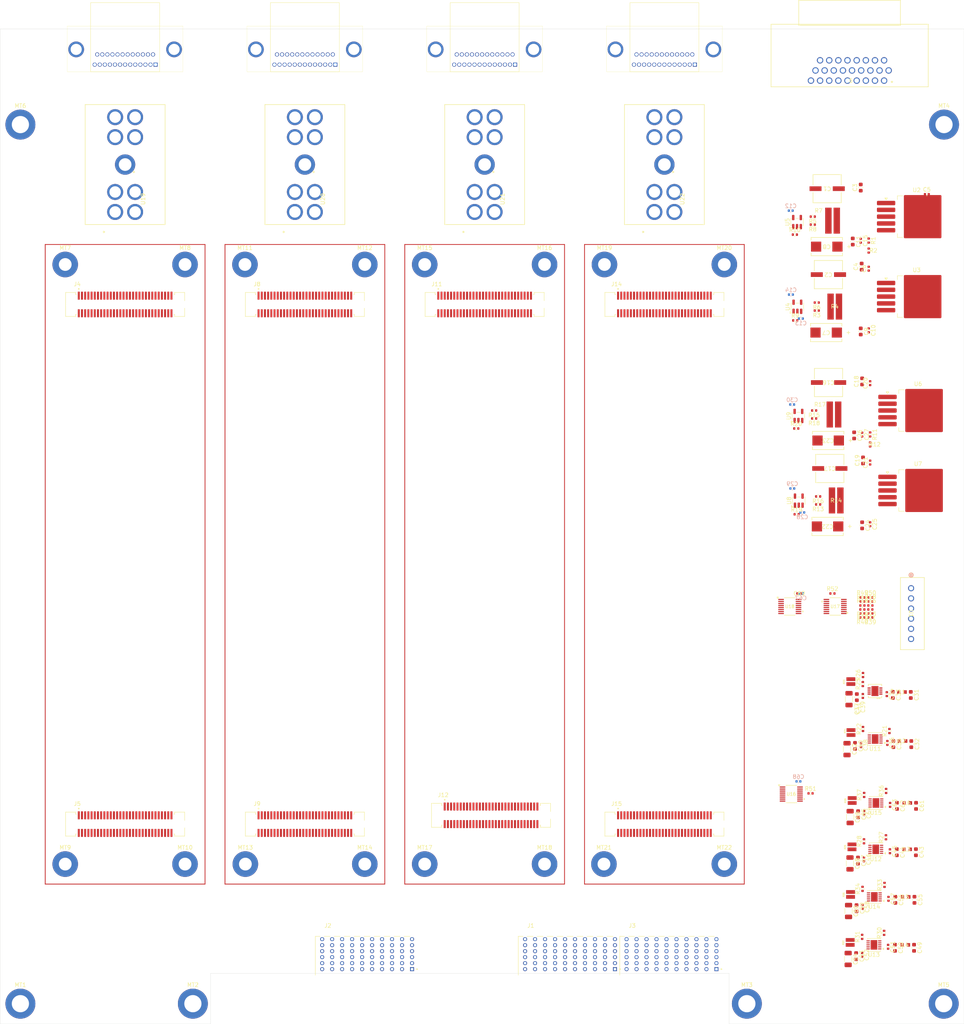
<source format=kicad_pcb>
(kicad_pcb (version 20241229) (generator "pcbnew") (generator_version "9.0")
  (layers (0 "F.Cu" signal) (2 "B.Cu" signal) (13 "F.Paste" user) (15 "B.Paste" user) (5 "F.SilkS" user "F.Silkscreen") (7 "B.SilkS" user "B.Silkscreen") (1 "F.Mask" user) (3 "B.Mask" user) (25 "Edge.Cuts" user))
  (property "CEE_CME" "NA")
  (property "CEE_CME_DATE" "NA")
  (property "CHECKED_BY" "T. Chiesa")
  (property "CHECKED_BY_DATE" "11/21/25")
  (property "DEPARTMENT_CHAIRMAN" "NA")
  (property "DEPARTMENT_CHAIRMAN_DATE" "NA")
  (property "DESIGN_APPROVAL" "T. Chiesa")
  (property "DESIGN_APPROVAL_DATE" "")
  (property "DIVISION_HEAD" "NA")
  (property "DIVISION_HEAD_DATE" "NA")
  (property "DRAWING_NUMBER" "LT-EL-")
  (property "DRAWN_BY" "J. Mead")
  (property "DRAWN_BY_DATE" "1/4/24")
  (property "ENG_PHY_APPROVAL" "J. Mead")
  (property "ENG_PHY_APPROVAL_DATE" "11/21/25")
  (property "GROUP_LEADER" "H. Dave")
  (property "GROUP_LEADER_DATE" "")
  (property "INITIAL_RELEASE_DATE" "11/21/2025")
  (property "QA" "NA")
  (property "QA_CATEGORY" "A3")
  (property "QA_DATE" "NA")
  (property "REVB_ECN_NO" "")
  (property "REVB_RELEASE_DATE" "")
  (property "SAFETY_RSC" "NA")
  (property "SAFETY_RSC_DATE" "NA")
  (property "SCALE" "N.A.")
  (property "WEIGHT" "N.A.")
  (net 0 "")
  (net 1 "GND")
  (net 2 "-15V")
  (net 3 "+15V")
  (net 5 "+5.3V")
  (net 6 "-5.3V")
  (net 7 "+5.0V")
  (net 8 "+3.3V")
  (net 9 "+1.8V")
  (net 10 "+18V")
  (net 11 "-18V")
  (net 12 "/regulators/+15v -15v DCCT Regulators/-15V_DCCT_REG")
  (net 13 "/regulators/+15v -15v DCCT Regulators/+15V_DCCT_REG")
  (net 14 "+5V")
  (net 15 "/regulators/+15v -15v PSC Regulators/-15V_DCCT_REG")
  (net 16 "/regulators/+15v -15v PSC Regulators/+15V_DCCT_REG")
  (net 17 "+6V")
  (net 18 "Net-(U11-EN{slash}UV)")
  (net 19 "Net-(U12-EN{slash}UV)")
  (net 20 "Net-(U13-EN{slash}UV)")
  (net 21 "+2.5V")
  (net 22 "Net-(U14-EN{slash}UV)")
  (net 30 "-15V_DCCT")
  (net 31 "+15V_DCCT")
  (net 32 "Net-(U2-ADJ)")
  (net 33 "Net-(U4--)")
  (net 34 "Net-(U5-+)")
  (net 35 "Net-(U4-+)")
  (net 36 "Net-(U5--)")
  (net 37 "/regulators/+15v -15v DCCT Regulators/isense_-15v")
  (net 38 "/regulators/+15v -15v DCCT Regulators/isense_+15v")
  (net 39 "Net-(U6-ADJ)")
  (net 40 "Net-(U8--)")
  (net 41 "Net-(U9-+)")
  (net 42 "Net-(U8-+)")
  (net 43 "Net-(U9--)")
  (net 44 "/regulators/+15v -15v PSC Regulators/isense_-15v")
  (net 45 "/regulators/+15v -15v PSC Regulators/isense_+15v")
  (net 46 "Net-(U11-ILIM)")
  (net 47 "Net-(U11-SET)")
  (net 48 "Net-(U12-ILIM)")
  (net 49 "Net-(U12-SET)")
  (net 50 "Net-(U13-ILIM)")
  (net 51 "Net-(U13-SET)")
  (net 52 "Net-(U14-ILIM)")
  (net 53 "Net-(U14-SET)")
  (net 58 "Net-(U16-ADR0)")
  (net 59 "/regulators/+3.3V regulator/imon_hi")
  (net 60 "/regulators/+1.8V regulator/imon_hi")
  (net 61 "/regulators/+2.5V regulator/imon_hi")
  (net 62 "/regulators/+5VD regulator/imon_hi")
  (net 63 "/regulators/i2c_scl")
  (net 64 "/regulators/i2c_sda")
  (net 66 "+6.0V")
  (net 68 "/regulators/+5VA regulator/+5.3Vout")
  (net 69 "/regulators/+5VA regulator/-5.3Vout")
  (net 70 "/Ch2 Daughterboard/mon.sdo")
  (net 71 "/Ch2 Daughterboard/mon.reset")
  (net 72 "/Ch2 Daughterboard/mon.sclk")
  (net 73 "/Ch2 Daughterboard/mon.busy")
  (net 74 "/Ch1 Daughterboard/mon.sdo")
  (net 75 "/Ch2 Daughterboard/mon.cnvrt")
  (net 76 "/Ch1 Daughterboard/mon.fs")
  (net 77 "/Ch1 Daughterboard/mon.cnvrt")
  (net 78 "/Ch2 Daughterboard/mon.fs")
  (net 79 "/Ch1 Daughterboard/mon.sclk")
  (net 81 "/Ch1 Daughterboard/mon.reset")
  (net 82 "/Ch1 Daughterboard/mon.busy")
  (net 83 "/Ch2 Daughterboard/dac.sclk")
  (net 84 "/Ch1 Daughterboard/digio.out1")
  (net 85 "/Ch2 Daughterboard/dcct.busy")
  (net 86 "/Ch2 Daughterboard/dcct.sck")
  (net 87 "/Ch2 Daughterboard/digio.in3")
  (net 88 "/Ch1 Daughterboard/dac.syncn")
  (net 89 "/Ch1 Daughterboard/dac.sdin")
  (net 90 "/Ch1 Daughterboard/digio.in0")
  (net 91 "/Ch2 Daughterboard/digio.in2")
  (net 92 "/Ch1 Daughterboard/dcct.sdo0")
  (net 93 "/Ch2 Daughterboard/digio.out1")
  (net 94 "/Ch1 Daughterboard/dcct.busy")
  (net 95 "/Ch2 Daughterboard/digio.in1")
  (net 96 "/Ch1 Daughterboard/dcct.sck")
  (net 97 "/Ch1 Daughterboard/dcct.cnv")
  (net 98 "/Ch1 Daughterboard/digio.in1")
  (net 99 "/Ch1 Daughterboard/digio.out2")
  (net 100 "/Ch1 Daughterboard/digio.in3")
  (net 101 "/Ch2 Daughterboard/dcct.sdo0")
  (net 102 "/Ch2 Daughterboard/dcct.cnv")
  (net 103 "/Ch2 Daughterboard/dac.syncn")
  (net 104 "/Ch1 Daughterboard/digio.out3")
  (net 105 "/Ch1 Daughterboard/dac.sclk")
  (net 106 "/Ch2 Daughterboard/digio.out3")
  (net 107 "/Ch1 Daughterboard/dcct.sdo1")
  (net 108 "/Ch2 Daughterboard/dcct.sdo1")
  (net 109 "/Ch2 Daughterboard/digio.out0")
  (net 110 "/Ch1 Daughterboard/digio.in2")
  (net 111 "/Ch2 Daughterboard/digio.out2")
  (net 112 "/Ch2 Daughterboard/digio.in0")
  (net 113 "/Ch1 Daughterboard/digio.out0")
  (net 114 "/Ch2 Daughterboard/dac.sdin")
  (net 115 "/Ch2 Daughterboard/digin.rtn")
  (net 116 "/Ch2 Daughterboard/digout.rtn")
  (net 117 "/Ch2 Daughterboard/ps.vout+")
  (net 118 "/Ch2 Daughterboard/digin.spare")
  (net 119 "/Ch2 Daughterboard/ps.vout-")
  (net 120 "/Ch2 Daughterboard/digout.on2")
  (net 121 "/Ch2 Daughterboard/digin.acon")
  (net 122 "/Ch2 Daughterboard/digin.flt1")
  (net 123 "/Ch2 Burden Resistor/Vout0.dcct-")
  (net 124 "/Ch2 Daughterboard/reg.out-")
  (net 125 "/Ch2 Daughterboard/ps.ignd-")
  (net 126 "/Ch2 Daughterboard/digout.reset")
  (net 127 "/Ch2 Burden Resistor/Vout1.dcct+")
  (net 128 "/Ch2 Daughterboard/ps.spare+")
  (net 129 "/Ch2 Burden Resistor/Vout1.dcct-")
  (net 130 "/Ch2 Daughterboard/digin.flt2")
  (net 131 "/Ch2 Daughterboard/digout.on1")
  (net 132 "/Ch2 Daughterboard/ps.spare-")
  (net 133 "/Ch2 Burden Resistor/Vout0.dcct+")
  (net 134 "/Ch2 Daughterboard/reg.out+")
  (net 135 "/Ch2 Daughterboard/digout.spare")
  (net 136 "/Ch2 Daughterboard/ps.ignd+")
  (net 137 "/Ch1 Daughterboard/digin.flt2")
  (net 138 "/Ch1 Daughterboard/digin.acon")
  (net 139 "/Ch1 Daughterboard/ps.spare-")
  (net 140 "/Ch1 Daughterboard/ps.vout+")
  (net 141 "/Ch1 Daughterboard/digout.on2")
  (net 142 "/Ch1 Daughterboard/digin.rtn")
  (net 143 "/Ch1 Daughterboard/digout.spare")
  (net 144 "/Ch1 Daughterboard/reg.out-")
  (net 145 "/Ch1 Daughterboard/digout.reset")
  (net 146 "/Ch1 Daughterboard/ps.spare+")
  (net 147 "/Ch1 Daughterboard/digout.rtn")
  (net 148 "/Ch1 Daughterboard/digout.on1")
  (net 149 "/Ch1 Daughterboard/ps.vout-")
  (net 150 "/Ch1 Daughterboard/digin.flt1")
  (net 151 "/Ch1 Daughterboard/ps.ignd-")
  (net 152 "/Ch1 Daughterboard/digin.spare")
  (net 153 "/Ch1 Daughterboard/reg.out+")
  (net 154 "/Ch1 Daughterboard/ps.ignd+")
  (net 155 "/Ch1 Burden Resistor/Vout0.dcct+")
  (net 156 "/Ch1 Burden Resistor/Vout1.dcct-")
  (net 157 "/Ch1 Burden Resistor/Vout1.dcct+")
  (net 158 "/Ch1 Burden Resistor/Vout0.dcct-")
  (net 159 "/Ch1 Burden Resistor/Iin1.dcct-")
  (net 160 "/Ch1 Burden Resistor/Iin1.dcct+")
  (net 161 "/Ch1 Burden Resistor/Iin0.dcct+")
  (net 162 "/Ch1 Burden Resistor/Iin0.dcct-")
  (net 168 "/Ch2 Burden Resistor/Iin0.dcct-")
  (net 169 "/Ch2 Burden Resistor/Iin1.dcct-")
  (net 170 "/Ch2 Burden Resistor/Iin0.dcct+")
  (net 171 "/Ch2 Burden Resistor/Iin1.dcct+")
  (net 172 "Net-(U10-*SHDN)")
  (net 173 "Net-(U15-EN{slash}UV)")
  (net 198 "Net-(U10-SENSE{slash}ADJ)")
  (net 199 "Net-(U15-ILIM)")
  (net 200 "Net-(U15-SET)")
  (net 201 "Net-(U17-V1)")
  (net 202 "Net-(U17-V2)")
  (net 203 "Net-(U17-V3)")
  (net 204 "Net-(U17-V4)")
  (net 205 "Net-(U17-V5)")
  (net 206 "Net-(U17-V6)")
  (net 207 "Net-(U17-ADR1)")
  (net 216 "/Ch3 Daughterboard/dcct.busy")
  (net 217 "/Ch4 Daughterboard/digio.in0")
  (net 218 "/Ch4 Daughterboard/digio.in1")
  (net 219 "/Ch4 Daughterboard/dac.sdin")
  (net 220 "/Ch3 Daughterboard/digio.out1")
  (net 221 "/Ch3 Daughterboard/digio.out0")
  (net 222 "/Ch3 Daughterboard/dcct.sdo1")
  (net 223 "/Ch4 Daughterboard/dac.sclk")
  (net 224 "/Ch3 Daughterboard/digio.in2")
  (net 225 "/Ch4 Daughterboard/dcct.busy")
  (net 226 "/Ch3 Daughterboard/digio.in0")
  (net 227 "/Ch3 Daughterboard/digio.in1")
  (net 228 "/Ch3 Daughterboard/digio.out3")
  (net 229 "/Ch3 Daughterboard/dcct.sck")
  (net 230 "/Ch3 Daughterboard/dac.sdin")
  (net 231 "/Ch3 Daughterboard/digio.out2")
  (net 232 "/Ch4 Daughterboard/digio.in2")
  (net 233 "/Ch4 Daughterboard/digio.out3")
  (net 234 "/Ch4 Daughterboard/digio.out1")
  (net 235 "/Ch4 Daughterboard/digio.out2")
  (net 236 "/Ch3 Daughterboard/dcct.sdo0")
  (net 237 "/Ch4 Daughterboard/dcct.sdo0")
  (net 238 "/Ch3 Daughterboard/digio.in3")
  (net 239 "/Ch4 Daughterboard/digio.in3")
  (net 240 "/Ch4 Daughterboard/dcct.cnv")
  (net 241 "/Ch3 Daughterboard/dac.sclk")
  (net 242 "/Ch4 Daughterboard/dac.syncn")
  (net 243 "/Ch4 Daughterboard/dcct.sck")
  (net 244 "/Ch3 Daughterboard/dac.syncn")
  (net 245 "/Ch4 Daughterboard/dcct.sdo1")
  (net 246 "/Ch3 Daughterboard/dcct.cnv")
  (net 247 "/Ch4 Daughterboard/digio.out0")
  (net 248 "/Ch4 Daughterboard/mon.fs")
  (net 249 "/Ch3 Daughterboard/mon.sdo")
  (net 250 "/Ch4 Daughterboard/mon.reset")
  (net 251 "/Ch4 Daughterboard/mon.sclk")
  (net 252 "/Ch3 Daughterboard/mon.reset")
  (net 253 "/Ch3 Daughterboard/mon.sclk")
  (net 254 "/Ch3 Daughterboard/mon.busy")
  (net 255 "/Ch3 Daughterboard/mon.cnvrt")
  (net 256 "/Ch4 Daughterboard/mon.sdo")
  (net 257 "/Ch3 Daughterboard/mon.fs")
  (net 258 "/Ch4 Daughterboard/mon.cnvrt")
  (net 259 "/Ch4 Daughterboard/mon.busy")
  (net 260 "/DCCT connector/flt.78")
  (net 261 "/Ch3 Burden Resistor/Iin0.dcct-")
  (net 262 "/DCCT connector/flt.34")
  (net 263 "/Ch4 Burden Resistor/Iin1.dcct-")
  (net 264 "/Ch3 Burden Resistor/Iin0.dcct+")
  (net 265 "/DCCT connector/flt.12")
  (net 266 "/Ch4 Burden Resistor/Iin0.dcct+")
  (net 267 "/Ch4 Burden Resistor/Iin1.dcct+")
  (net 268 "/Ch4 Burden Resistor/Iin0.dcct-")
  (net 269 "/Ch3 Burden Resistor/Iin1.dcct-")
  (net 270 "/DCCT connector/flt.56")
  (net 271 "/Ch3 Burden Resistor/Iin1.dcct+")
  (net 272 "/Ch3 Burden Resistor/Vout0.dcct-")
  (net 273 "/Ch3 Daughterboard/digout.rtn")
  (net 274 "/Ch3 Daughterboard/digout.on1")
  (net 275 "/Ch3 Daughterboard/digin.flt1")
  (net 276 "/Ch3 Daughterboard/digin.rtn")
  (net 277 "/Ch3 Daughterboard/digout.on2")
  (net 278 "/Ch3 Daughterboard/ps.ignd+")
  (net 279 "/Ch3 Daughterboard/ps.spare-")
  (net 280 "/Ch3 Daughterboard/digout.reset")
  (net 281 "/Ch3 Daughterboard/digin.spare")
  (net 282 "/Ch3 Burden Resistor/Vout1.dcct-")
  (net 283 "/Ch3 Daughterboard/ps.vout+")
  (net 284 "/Ch3 Daughterboard/reg.out-")
  (net 285 "/Ch3 Daughterboard/digin.acon")
  (net 286 "/Ch3 Daughterboard/ps.vout-")
  (net 287 "/Ch3 Daughterboard/digout.spare")
  (net 288 "/Ch3 Daughterboard/digin.flt2")
  (net 289 "/Ch3 Daughterboard/reg.out+")
  (net 290 "/Ch3 Burden Resistor/Vout1.dcct+")
  (net 291 "/Ch3 Burden Resistor/Vout0.dcct+")
  (net 292 "/Ch3 Daughterboard/ps.ignd-")
  (net 293 "/Ch3 Daughterboard/ps.spare+")
  (net 299 "/Ch4 Daughterboard/digout.on2")
  (net 300 "/Ch4 Daughterboard/digin.flt1")
  (net 301 "/Ch4 Daughterboard/digin.rtn")
  (net 302 "/Ch4 Daughterboard/digin.acon")
  (net 303 "/Ch4 Daughterboard/digout.spare")
  (net 304 "/Ch4 Daughterboard/digin.spare")
  (net 305 "/Ch4 Burden Resistor/Vout1.dcct-")
  (net 306 "/Ch4 Daughterboard/ps.vout-")
  (net 307 "/Ch4 Burden Resistor/Vout0.dcct-")
  (net 308 "/Ch4 Daughterboard/digout.on1")
  (net 309 "/Ch4 Daughterboard/digout.reset")
  (net 310 "/Ch4 Daughterboard/ps.spare-")
  (net 311 "/Ch4 Daughterboard/ps.vout+")
  (net 312 "/Ch4 Daughterboard/digout.rtn")
  (net 313 "/Ch4 Daughterboard/ps.ignd-")
  (net 314 "/Ch4 Burden Resistor/Vout1.dcct+")
  (net 315 "/Ch4 Daughterboard/reg.out-")
  (net 316 "/Ch4 Daughterboard/ps.spare+")
  (net 317 "/Ch4 Daughterboard/reg.out+")
  (net 318 "/Ch4 Daughterboard/digin.flt2")
  (net 319 "/Ch4 Daughterboard/ps.ignd+")
  (net 320 "/Ch4 Burden Resistor/Vout0.dcct+")
  (footprint "MountingHole:MountingHole_3.2mm_M3_Pad_TopBottom" (layer "F.Cu") (at 125 145)
    (property "Reference" "MT11")
    (property "Value" "MountingHole_Pad")
  )
  (footprint "myparts:CAPMP7.6X4.3_4.3N_KEM" (layer "F.Cu") (at 271 189.03 180)
    (property "Reference" "C23")
    (property "Value" "100uF")
  )
  (footprint "Resistor_SMD:R_0402_1005Metric" (layer "F.Cu") (at 279.715 247.7 90)
    (property "Reference" "R26")
    (property "Value" "1.0K")
  )
  (footprint "myparts:RESC1220X70N" (layer "F.Cu") (at 276.6755 249.345 90)
    (property "Reference" "R23")
    (property "Value" "KRL2012E-M-R220-F-T5")
  )
  (footprint "Package_DFN_QFN:DFN-10-1EP_3x3mm_P0.5mm_EP1.65x2.38mm" (layer "F.Cu") (at 282.45 315.21 180)
    (property "Reference" "U13")
    (property "Value" "LT3045xDD")
  )
  (footprint "Capacitor_SMD:C_0603_1608Metric" (layer "F.Cu") (at 287.315 264.985 -90)
    (property "Reference" "C35")
    (property "Value" "10uF")
  )
  (footprint "myparts:IND_LSMG_160808_TAY" (layer "F.Cu") (at 290.4001 303.21)
    (property "Reference" "L5")
    (property "Value" "LSMGG160808T331RG")
  )
  (footprint "myparts:RESC1220X70N" (layer "F.Cu") (at 276.715 262.095 90)
    (property "Reference" "R24")
    (property "Value" "KRL2012E-M-R220-F-T5")
  )
  (footprint "Resistor_SMD:R_0402_1005Metric" (layer "F.Cu") (at 266.585 277.305)
    (property "Reference" "R51")
    (property "Value" "4.99K")
  )
  (footprint "myparts:burden" (layer "F.Cu") (at 185 120 90)
    (property "Reference" "U21")
    (property "Value" "~")
  )
  (footprint "myparts:CONN_F15-26P135G0-5979_MOL" (layer "F.Cu") (at 285 99)
    (property "Reference" "J6")
    (property "Value" "1731130154")
  )
  (footprint "Resistor_SMD:R_0402_1005Metric" (layer "F.Cu") (at 279.6655 249.96 90)
    (property "Reference" "R25")
    (property "Value" "11.4K")
  )
  (footprint "Resistor_SMD:R_0402_1005Metric" (layer "F.Cu") (at 281.15 141.52 -90)
    (property "Reference" "R2")
    (property "Value" "1.0K")
  )
  (footprint "MountingHole:MountingHole_4.3mm_M4_DIN965_Pad" (layer "F.Cu") (at 111.96 329.92)
    (property "Reference" "MT2")
    (property "Value" "MountingHole_Pad" (hide yes))
  )
  (footprint "Package_TO_SOT_SMD:TO-263-5_TabPin3" (layer "F.Cu") (at 293.5 181.53)
    (property "Reference" "U6")
    (property "Value" "LT1963AEQ")
  )
  (footprint "Resistor_SMD:R_0402_1005Metric" (layer "F.Cu") (at 281.15 139.02 -90)
    (property "Reference" "R1")
    (property "Value" "11.4K")
  )
  (footprint "Package_DFN_QFN:DFN-10-1EP_3x3mm_P0.5mm_EP1.65x2.38mm" (layer "F.Cu") (at 282.765 263.71 180)
    (property "Reference" "U11")
    (property "Value" "LT3045xDD")
  )
  (footprint "MountingHole:MountingHole_3.2mm_M3_Pad_TopBottom" (layer "F.Cu") (at 214.8665 295)
    (property "Reference" "MT21")
    (property "Value" "MountingHole_Pad")
  )
  (footprint "myparts:IND_LSMG_160808_TAY" (layer "F.Cu") (at 289.6151 264.21)
    (property "Reference" "L2")
    (property "Value" "LSMGG160808T331RG")
  )
  (footprint "Capacitor_SMD:C_0603_1608Metric" (layer "F.Cu") (at 293 280.435 -90)
    (property "Reference" "C61")
    (property "Value" "10uF")
  )
  (footprint "myparts:burden" (layer "F.Cu") (at 140 120 90)
    (property "Reference" "U20")
    (property "Value" "~")
  )
  (footprint "myparts:MSOP-16_MS" (layer "F.Cu") (at 272.7394 230.554431 180)
    (property "Reference" "U17")
    (property "Value" "LTC2991CMS_TRPBF")
  )
  (footprint "Package_DFN_QFN:DFN-10-1EP_3x3mm_P0.5mm_EP1.65x2.38mm" (layer "F.Cu") (at 282.95 279.71 180)
    (property "Reference" "U15")
    (property "Value" "LT3045xDD")
  )
  (footprint "myparts:3-641215-6_TYC" (layer "F.Cu") (at 291.7575 225.9884 -90)
    (property "Reference" "U1")
    (property "Value" "3-641215-6")
  )
  (footprint "Capacitor_SMD:C_0402_1005Metric" (layer "F.Cu") (at 279.96 293.805 -90)
    (property "Reference" "C46")
    (property "Value" "0.1uF")
  )
  (footprint "myparts:MSOP-16_MS" (layer "F.Cu") (at 261.3906 230.55405)
    (property "Reference" "U18")
    (property "Value" "LTC2991CMS_TRPBF")
  )
  (footprint "myparts:AMPHENOL_61083-061402LF" (layer "F.Cu") (at 230 155)
    (property "Reference" "J14")
    (property "Value" "61083-061402LF")
  )
  (footprint "MountingHole:MountingHole_3.2mm_M3_Pad_TopBottom" (layer "F.Cu") (at 245 295)
    (property "Reference" "MT22")
    (property "Value" "MountingHole_Pad")
  )
  (footprint "Capacitor_SMD:C_0603_1608Metric" (layer "F.Cu") (at 278.46 294.118748 -90)
    (property "Reference" "C47")
    (property "Value" "10uF")
  )
  (footprint "myparts:AMPHENOL_61083-061402LF" (layer "F.Cu") (at 140 285)
    (property "Reference" "J9")
    (property "Value" "61083-061402LF")
  )
  (footprint "Resistor_SMD:R_0402_1005Metric" (layer "F.Cu") (at 279.715 261.2 90)
    (property "Reference" "R22")
    (property "Value" "53K")
  )
  (footprint "Capacitor_SMD:C_0402_1005Metric" (layer "F.Cu") (at 279.15 139.05 -90)
    (property "Reference" "C15")
    (property "Value" "0.1uF")
  )
  (footprint "Capacitor_SMD:C_0603_1608Metric" (layer "F.Cu") (at 279.5 174.255 90)
    (property "Reference" "C18")
    (property "Value" "10uF")
  )
  (footprint "myparts:CAP_EEFK_D8_PAN" (layer "F.Cu") (at 271.0583 147.53 180)
    (property "Reference" "C2")
    (property "Value" "100uF")
  )
  (footprint "Capacitor_SMD:C_0603_1608Metric" (layer "F.Cu") (at 279.15 125.755 90)
    (property "Reference" "C3")
    (property "Value" "10uF")
  )
  (footprint "Capacitor_SMD:C_0402_1005Metric" (layer "F.Cu") (at 286.46 291.785 -90)
    (property "Reference" "C45")
    (property "Value" "0.1uF")
  )
  (footprint "myparts:RESC1220X70N" (layer "F.Cu") (at 276.5 314.595 90)
    (property "Reference" "R32")
    (property "Value" "KRL2012E-M-R220-F-T5")
  )
  (footprint "Resistor_SMD:R_0402_1005Metric" (layer "F.Cu") (at 281.545 233.305 180)
    (property "Reference" "R39")
    (property "Value" "9K")
  )
  (footprint "MountingHole:MountingHole_3.2mm_M3_Pad_TopBottom" (layer "F.Cu") (at 155 295)
    (property "Reference" "MT14")
    (property "Value" "MountingHole_Pad")
  )
  (footprint "myparts:AMPHENOL_61083-061402LF" (layer "F.Cu") (at 140 155)
    (property "Reference" "J8")
    (property "Value" "61083-061402LF")
  )
  (footprint "Resistor_SMD:R_0402_1005Metric" (layer "F.Cu") (at 279.565 228.305)
    (property "Reference" "R49")
    (property "Value" "9.56K")
  )
  (footprint "myparts:CAP_EEFK_D8_PAN" (layer "F.Cu") (at 270.7417 126.03 180)
    (property "Reference" "C1")
    (property "Value" "100uF")
  )
  (footprint "Capacitor_SMD:C_0603_1608Metric" (layer "F.Cu") (at 277.15 139.255 -90)
    (property "Reference" "C11")
    (property "Value" "10uF")
  )
  (footprint "MountingHole:MountingHole_3.2mm_M3_Pad_TopBottom" (layer "F.Cu") (at 80 295)
    (property "Reference" "MT9")
    (property "Value" "MountingHole_Pad")
  )
  (footprint "Capacitor_SMD:C_0402_1005Metric" (layer "F.Cu") (at 279.6755 252.94 -90)
    (property "Reference" "C39")
    (property "Value" "0.1uF")
  )
  (footprint "Resistor_SMD:R_0402_1005Metric" (layer "F.Cu") (at 281.555 232.305 180)
    (property "Reference" "R41")
    (property "Value" "9K")
  )
  (footprint "myparts:RESC1220X70N" (layer "F.Cu") (at 276.96 290.69 90)
    (property "Reference" "R29")
    (property "Value" "KRL2012E-M-R220-F-T5")
  )
  (footprint "myparts:CAPMP7.6X4.3_4.3N_KEM" (layer "F.Cu") (at 270.849887 210.53 180)
    (property "Reference" "C22")
    (property "Value" "100uF")
  )
  (footprint "Resistor_SMD:R_0402_1005Metric" (layer "F.Cu") (at 262.75 158.99)
    (property "Reference" "R9")
    (property "Value" "4.99K")
  )
  (footprint "Package_TO_SOT_SMD:SOT-23-5" (layer "F.Cu") (at 263.2 134.3925 90)
    (property "Reference" "U5")
    (property "Value" "LT6105")
  )
  (footprint "Package_DFN_QFN:DFN-10-1EP_3x3mm_P0.5mm_EP1.65x2.38mm" (layer "F.Cu") (at 282.91 291.305 180)
    (property "Reference" "U12")
    (property "Value" "LT3045xDD")
  )
  (footprint "myparts:burden" (layer "F.Cu") (at 95 120 90)
    (property "Reference" "U19")
    (property "Value" "~")
  )
  (footprint "Capacitor_SMD:C_0402_1005Metric" (layer "F.Cu") (at 281.5 194.55 90)
    (property "Reference" "C21")
    (property "Value" "0.1uF")
  )
  (footprint "Resistor_SMD:R_0402_1005Metric" (layer "F.Cu") (at 285 312.2 90)
    (property "Reference" "R30")
    (property "Value" "0")
  )
  (footprint "Capacitor_SMD:C_1206_3216Metric" (layer "F.Cu") (at 275.715 266.235 -90)
    (property "Reference" "C42")
    (property "Value" "100uF")
  )
  (footprint "MountingHole:MountingHole_3.2mm_M3_Pad_TopBottom" (layer "F.Cu") (at 170 295)
    (property "Reference" "MT17")
    (property "Value" "MountingHole_Pad")
  )
  (footprint "Capacitor_SMD:C_0402_1005Metric" (layer "F.Cu") (at 286.1 303.69 -90)
    (property "Reference" "C57")
    (property "Value" "0.1uF")
  )
  (footprint "Resistor_SMD:R_0402_1005Metric" (layer "F.Cu") (at 272.065 227.305)
    (property "Reference" "R52")
    (property "Value" "4.99K")
  )
  (footprint "MountingHole:MountingHole_4.3mm_M4_DIN965_Pad" (layer "F.Cu") (at 300 110)
    (property "Reference" "MT4")
    (property "Value" "MountingHole_Pad" (hide yes))
  )
  (footprint "MountingHole:MountingHole_3.2mm_M3_Pad_TopBottom" (layer "F.Cu") (at 200 295)
    (property "Reference" "MT18")
    (property "Value" "MountingHole_Pad")
  )
  (footprint "Capacitor_SMD:C_0402_1005Metric" (layer "F.Cu") (at 281.5 209.98 -90)
    (property "Reference" "C25")
    (property "Value" "0.1uF")
  )
  (footprint "myparts:CAP_EEFK_D8_PAN" (layer "F.Cu") (at 271.0917 174.53 180)
    (property "Reference" "C16")
    (property "Value" "100uF")
  )
  (footprint "myparts:RES_6432_SUS" (layer "F.Cu") (at 272.65 155.53)
    (property "Reference" "R4")
    (property "Value" "KRL6432E-M-R010-F-T1")
  )
  (footprint "myparts:AMPHENOL_61083-061402LF" (layer "F.Cu") (at 185 155)
    (property "Reference" "J11")
    (property "Value" "61083-061402LF")
  )
  (footprint "Resistor_SMD:R_0402_1005Metric" (layer "F.Cu") (at 279.565 230.305)
    (property "Reference" "R45")
    (property "Value" "9.56K")
  )
  (footprint "Capacitor_SMD:C_0603_1608Metric" (layer "F.Cu") (at 278.1 306.023748 -90)
    (property "Reference" "C59")
    (property "Value" "10uF")
  )
  (footprint "myparts:AMPHENOL_61083-061402LF" (layer "F.Cu") (at 95 155)
    (property "Reference" "J4")
    (property "Value" "61083-061402LF")
  )
  (footprint "Capacitor_SMD:C_0603_1608Metric" (layer "F.Cu") (at 291.6755 252.685 -90)
    (property "Reference" "C31")
    (property "Value" "10uF")
  )
  (footprint "MountingHole:MountingHole_4.3mm_M4_DIN965_Pad" (layer "F.Cu") (at 299.92 329.92)
    (property "Reference" "MT5")
    (property "Value" "MountingHole_Pad" (hide yes))
  )
  (footprint "Resistor_SMD:R_0402_1005Metric" (layer "F.Cu") (at 279.555 232.305 180)
    (property "Reference" "R42")
    (property "Value" "1K")
  )
  (footprint "myparts:AMPHENOL_61083-061402LF" (layer "F.Cu") (at 230 285)
    (property "Reference" "J15")
    (property "Value" "61083-061402LF")
  )
  (footprint "MountingHole:MountingHole_3.2mm_M3_Pad_TopBottom" (layer "F.Cu") (at 200 145)
    (property "Reference" "MT16")
    (property "Value" "MountingHole_Pad")
  )
  (footprint "MountingHole:MountingHole_4.3mm_M4_DIN965_Pad" (layer "F.Cu") (at 68.78 110)
    (property "Reference" "MT6")
    (property "Value" "MountingHole_Pad" (hide yes))
  )
  (footprint "Capacitor_SMD:C_0603_1608Metric" (layer "F.Cu") (at 292.96 292.03 -90)
    (property "Reference" "C43")
    (property "Value" "10uF")
  )
  (footprint "myparts:0836149012" (layer "F.Cu") (at 140 95 180)
    (property "Reference" "J10" (hide yes))
    (property "Value" "0836149012")
  )
  (footprint "myparts:0836149012" (layer "F.Cu") (at 230 95 180)
    (property "Reference" "J16" (hide yes))
    (property "Value" "0836149012")
  )
  (footprint "Resistor_SMD:R_0402_1005Metric" (layer "F.Cu") (at 281.565 229.305)
    (property "Reference" "R48")
    (property "Value" "9K")
  )
  (footprint "Resistor_SMD:R_0402_1005Metric" (layer "F.Cu") (at 285.1 300.2 90)
    (property "Reference" "R33")
    (property "Value" "0")
  )
  (footprint "Package_TO_SOT_SMD:SOT-23-5" (layer "F.Cu") (at 263.6375 204.08 90)
    (property "Reference" "U8")
    (property "Value" "LT6105")
  )
  (footprint "Capacitor_SMD:C_0402_1005Metric" (layer "F.Cu") (at 286 315.69 -90)
    (property "Reference" "C51")
    (property "Value" "0.1uF")
  )
  (footprint "myparts:IND_LSMG_160808_TAY" (layer "F.Cu") (at 290.7601 291.305)
    (property "Reference" "L3")
    (property "Value" "LSMGG160808T331RG")
  )
  (footprint "Resistor_SMD:R_0402_1005Metric" (layer "F.Cu") (at 285.5 276.7 90)
    (property "Reference" "R36")
    (property "Value" "0")
  )
  (footprint "Resistor_SMD:R_0402_1005Metric" (layer "F.Cu") (at 281.565 230.305)
    (property "Reference" "R46")
    (property "Value" "9K")
  )
  (footprint "Capacitor_SMD:C_0402_1005Metric" (layer "F.Cu") (at 279.5 317.71 -90)
    (property "Reference" "C52")
    (property "Value" "0.1uF")
  )
  (footprint "myparts:IND_LSMG_160808_TAY" (layer "F.Cu") (at 289.4756 251.96)
    (property "Reference" "L1")
    (property "Value" "LSMGG160808T331RG")
  )
  (footprint "Package_TO_SOT_SMD:SOT-23-5" (layer "F.Cu") (at 263.55 182.8925 90)
    (property "Reference" "U9")
    (property "Value" "LT6105")
  )
  (footprint "Resistor_SMD:R_0402_1005Metric" (layer "F.Cu") (at 268.14 156.53 180)
    (property "Reference" "R3")
    (property "Value" "100")
  )
  (footprint "Resistor_SMD:R_0402_1005Metric" (layer "F.Cu") (at 286.325 261.71 90)
    (property "Reference" "R21")
    (property "Value" "0")
  )
  (footprint "Resistor_SMD:R_0402_1005Metric" (layer "F.Cu") (at 279.565 229.305)
    (property "Reference" "R47")
    (property "Value" "9.56K")
  )
  (footprint "Resistor_SMD:R_0402_1005Metric" (layer "F.Cu") (at 262.66 137.53)
    (property "Reference" "R10")
    (property "Value" "4.99K")
  )
  (footprint "myparts:RES_6432_SUS" (layer "F.Cu") (at 273 204.03)
    (property "Reference" "R14")
    (property "Value" "KRL6432E-M-R010-F-T1")
  )
  (footprint "myparts:AMPHENOL_61083-061402LF" (layer "F.Cu") (at 186.6 282.8)
    (property "Reference" "J12")
    (property "Value" "61083-061402LF")
  )
  (footprint "Capacitor_SMD:C_0603_1608Metric" (layer "F.Cu") (at 288.225 280.435 -90)
    (property "Reference" "C62")
    (property "Value" "10uF")
  )
  (footprint "Resistor_SMD:R_0402_1005Metric" (layer "F.Cu") (at 267.14 133.03 180)
    (property "Reference" "R5")
    (property "Value" "100")
  )
  (footprint "Capacitor_SMD:C_1206_3216Metric" (layer "F.Cu") (at 276.46 294.83 -90)
    (property "Reference" "C48")
    (property "Value" "100uF")
  )
  (footprint "MountingHole:MountingHole_3.2mm_M3_Pad_TopBottom" (layer "F.Cu") (at 245 145)
    (property "Reference" "MT20")
    (property "Value" "MountingHole_Pad")
  )
  (footprint "Package_TO_SOT_SMD:SOT-23-5" (layer "F.Cu") (at 263.2875 155.58 90)
    (property "Reference" "U4")
    (property "Value" "LT6105")
  )
  (footprint "Capacitor_SMD:C_1206_3216Metric" (layer "F.Cu") (at 276.5 283.235 -90)
    (property "Reference" "C66")
    (property "Value" "100uF")
  )
  (footprint "myparts:TE_6469028-1" (layer "F.Cu") (at 166.824 321.284)
    (property "Reference" "J2")
    (property "Value" "6469028-1")
  )
  (footprint "Capacitor_SMD:C_0603_1608Metric" (layer "F.Cu") (at 279.15 161.755 -90)
    (property "Reference" "C9")
    (property "Value" "10uF")
  )
  (footprint "Capacitor_SMD:C_1206_3216Metric" (layer "F.Cu") (at 276.215 253.735 -90)
    (property "Reference" "C41")
    (property "Value" "100uF")
  )
  (footprint "Capacitor_SMD:C_0402_1005Metric" (layer "F.Cu") (at 286.5 280.19 -90)
    (property "Reference" "C63")
    (property "Value" "0.1uF")
  )
  (footprint "myparts:IND_LSMG_160808_TAY" (layer "F.Cu") (at 290.3001 315.21)
    (property "Reference" "L4")
    (property "Value" "LSMGG160808T331RG")
  )
  (footprint "myparts:TE_6469028-1" (layer "F.Cu") (at 217.624 321.284)
    (property "Reference" "J1")
    (property "Value" "6469028-1")
  )
  (footprint "Resistor_SMD:R_0402_1005Metric" (layer "F.Cu") (at 279.555 231.305 180)
    (property "Reference" "R44")
    (property "Value" "1K")
  )
  (footprint "MountingHole:MountingHole_3.2mm_M3_Pad_TopBottom" (layer "F.Cu") (at 110 145)
    (property "Reference" "MT8")
    (property "Value" "MountingHole_Pad")
  )
  (footprint "Capacitor_SMD:C_0603_1608Metric" (layer "F.Cu") (at 287.1755 252.685 -90)
    (property "Reference" "C33")
    (property "Value" "10uF")
  )
  (footprint "Capacitor_SMD:C_0402_1005Metric" (layer "F.Cu") (at 279.215 265.23 -90)
    (property "Reference" "C38")
    (property "Value" "0.1uF")
  )
  (footprint "Package_TO_SOT_SMD:TO-263-5_TabPin3" (layer "F.Cu") (at 293.15 133.03)
    (property "Reference" "U2")
    (property "Value" "LT1963AEQ")
  )
  (footprint "Resistor_SMD:R_0402_1005Metric" (layer "F.Cu") (at 263.01 186.03)
    (property "Reference" "R20")
    (property "Value" "4.99K")
  )
  (footprint "Capacitor_SMD:C_0603_1608Metric" (layer "F.Cu") (at 279.375 145.53 90)
    (property "Reference" "C4")
    (property "Value" "10uF")
  )
  (footprint "Resistor_SMD:R_0402_1005Metric" (layer "F.Cu") (at 281.5 190.02 -90)
    (property "Reference" "R12")
    (property "Value" "1.0K")
  )
  (footprint "Resistor_SMD:R_0402_1005Metric" (layer "F.Cu") (at 279.545 233.305 180)
    (property "Reference" "R40")
    (property "Value" "1K")
  )
  (footprint "Capacitor_SMD:C_0402_1005Metric" (layer "F.Cu") (at 285.815 264.69 -90)
    (property "Reference" "C36")
    (property "Value" "0.1uF")
  )
  (footprint "Resistor_SMD:R_0402_1005Metric" (layer "F.Cu") (at 267.49 181.53 180)
    (property "Reference" "R15")
    (property "Value" "100")
  )
  (footprint "Capacitor_SMD:C_0603_1608Metric" (layer "F.Cu") (at 277.715 265.435 -90)
    (property "Reference" "C40")
    (property "Value" "10uF")
  )
  (footprint "Capacitor_SMD:C_0402_1005Metric" (layer "F.Cu") (at 285.6755 252.48 -90)
    (property "Reference" "C34")
    (property "Value" "0.1uF")
  )
  (footprint "MountingHole:MountingHole_3.2mm_M3_Pad_TopBottom" (layer "F.Cu") (at 215 145)
    (property "Reference" "MT19")
    (property "Value" "MountingHole_Pad")
  )
  (footprint "myparts:RESC1220X70N" (layer "F.Cu") (at 277 279.095 90)
    (property "Reference" "R38")
    (property "Value" "KRL2012E-M-R220-F-T5")
  )
  (footprint "Capacitor_SMD:C_0402_1005Metric" (layer "F.Cu") (at 279.5 187.55 -90)
    (property "Reference" "C27")
    (property "Value" "0.1uF")
  )
  (footprint "Resistor_SMD:R_0402_1005Metric" (layer "F.Cu") (at 268.49 205.03 180)
    (property "Reference" "R13")
    (property "Value" "100")
  )
  (footprint "Capacitor_SMD:C_0603_1608Metric" (layer "F.Cu") (at 287.825 303.935 -90)
    (property "Reference" "C56")
    (property "Value" "10uF")
  )
  (footprint "Resistor_SMD:R_0402_1005Metric" (layer "F.Cu") (at 279.96 289.295 90)
    (property "Reference" "R28")
    (property "Value" "33.2K")
  )
  (footprint "myparts:AMPHENOL_61083-061402LF" (layer "F.Cu") (at 95 285)
    (property "Reference" "J5")
    (property "Value" "61083-061402LF")
  )
  (footprint "myparts:IND_LSMG_160808_TAY" (layer "F.Cu") (at 290.8001 279.71)
    (property "Reference" "L6")
    (property "Value" "LSMGG160808T331RG")
  )
  (footprint "MountingHole:MountingHole_4.3mm_M4_DIN965_Pad" (layer "F.Cu") (at 250.644 329.92)
    (property "Reference" "MT3")
    (property "Value" "MountingHole_Pad" (hide yes))
  )
  (footprint "Capacitor_SMD:C_0603_1608Metric" (layer "F.Cu") (at 278.1755 253.235 -90)
    (property "Reference" "C37")
    (property "Value" "10uF")
  )
  (footprint "Resistor_SMD:R_0402_1005Metric" (layer "F.Cu") (at 281.5 187.52 -90)
    (property "Reference" "R11")
    (property "Value" "11.4K")
  )
  (footprint "Resistor_SMD:R_0402_1005Metric" (layer "F.Cu") (at 267.14 135.03 180)
    (property "Reference" "R8")
    (property "Value" "100")
  )
  (footprint "Capacitor_SMD:C_0603_1608Metric" (layer "F.Cu") (at 291.815 264.985 -90)
    (property "Reference" "C32")
    (property "Value" "10uF")
  )
  (footprint "Capacitor_SMD:C_0603_1608Metric" (layer "F.Cu") (at 278.5 282.523748 -90)
    (property "Reference" "C65")
    (property "Value" "10uF")
  )
  (footprint "Resistor_SMD:R_0402_1005Metric" (layer "F.Cu") (at 267.49 183.53 180)
    (property "Reference" "R18")
    (property "Value" "100")
  )
  (footprint "myparts:CAP_EEFK_D8_PAN" (layer "F.Cu") (at 271.4083 196.03 180)
    (property "Reference" "C17")
    (property "Value" "100uF")
  )
  (footprint "Capacitor_SMD:C_0603_1608Metric" (layer "F.Cu") (at 277.5 187.755 -90)
    (property "Reference" "C26")
    (property "Value" "10uF")
  )
  (footprint "myparts:burden" (layer "F.Cu") (at 230 120 90)
    (property "Reference" "U22")
    (property "Value" "~")
  )
  (footprint "Resistor_SMD:R_0402_1005Metric" (layer "F.Cu") (at 263.1 207.49)
    (property "Reference" "R19")
    (property "Value" "4.99K")
  )
  (footprint "myparts:DFN-8_DD" (layer "F.Cu") (at 282.715 251.71 180)
    (property "Reference" "U10")
    (property "Value" "LT3015EDDPBF")
  )
  (footprint "Capacitor_SMD:C_0603_1608Metric" (layer "F.Cu") (at 288.185 292.03 -90)
    (property "Reference" "C44")
    (property "Value" "10uF")
  )
  (footprint "MountingHole:MountingHole_3.2mm_M3_Pad_TopBottom" (layer "F.Cu") (at 170 145)
    (property "Reference" "MT15")
    (property "Value" "MountingHole_Pad")
  )
  (footprint "myparts:TE_6469028-1" (layer "F.Cu") (at 243.024 321.284)
    (property "Reference" "J3")
    (property "Value" "6469028-1")
  )
  (footprint "Package_TO_SOT_SMD:TO-263-5_TabPin3" (layer "F.Cu") (at 293.15 153.03)
    (property "Reference" "U3")
    (property "Value" "LT3015xQ-15")
  )
  (footprint "Package_DFN_QFN:DFN-10-1EP_3x3mm_P0.5mm_EP1.65x2.38mm" (layer "F.Cu") (at 282.55 303.21 180)
    (property "Reference" "U14")
    (property "Value" "LT3045xDD")
  )
  (footprint "Capacitor_SMD:C_1206_3216Metric" (layer "F.Cu") (at 276 318.735 -90)
    (property "Reference" "C54")
    (property "Value" "100uF")
  )
  (footprint "Capacitor_SMD:C_0402_1005Metric" (layer "F.Cu") (at 263.7562 227.30272)
    (property "Reference" "C69")
    (property "Value" "0.1uF")
  )
  (footprint "Capacitor_SMD:C_0603_1608Metric" (layer "F.Cu") (at 292.6 303.935 -90)
    (property "Reference" "C55")
    (property "Value" "10uF")
  )
  (footprint "Capacitor_SMD:C_0402_1005Metric" (layer "F.Cu") (at 281.15 161.48 -90)
    (property "Reference" "C10")
    (property "Value" "0.1uF")
  )
  (footprint "myparts:RES_6432_SUS" (layer "F.Cu") (at 272.448399 182.53)
    (property "Reference" "R17")
    (property "Value" "0.01")
  )
  (footprint "MountingHole:MountingHole_3.2mm_M3_Pad_TopBottom" (layer "F.Cu") (at 125.1 295)
    (property "Reference" "MT13")
    (property "Value" "MountingHole_Pad")
  )
  (footprint "Resistor_SMD:R_0402_1005Metric" (layer "F.Cu") (at 281.555 228.305)
    (property "Reference" "R50")
    (property "Value" "9K")
  )
  (footprint "Resistor_SMD:R_0402_1005Metric" (layer "F.Cu") (at 268.14 154.53 180)
    (property "Reference" "R6")
    (property "Value" "100")
  )
  (footprint "MountingHole:MountingHole_3.2mm_M3_Pad_TopBottom" (layer "F.Cu") (at 110 295)
    (property "Reference" "MT10")
    (property "Value" "MountingHole_Pad")
  )
  (footprint "Capacitor_SMD:C_0402_1005Metric" (layer "F.Cu") (at 281.5 174.69058 90)
    (property "Reference" "C20")
    (property "Value" "0.1uF")
  )
  (footprint "MountingHole:MountingHole_3.2mm_M3_Pad_TopBottom" (layer "F.Cu") (at 80 145)
    (property "Reference" "MT7")
    (property "Value" "MountingHole_Pad")
  )
  (footprint "Resistor_SMD:R_0402_1005Metric" (layer "F.Cu") (at 268.49 203.03 180)
    (property "Reference" "R16")
    (property "Value" "100")
  )
  (footprint "Resistor_SMD:R_0402_1005Metric" (layer "F.Cu") (at 279.5 313.2 90)
    (property "Reference" "R31")
    (property "Value" "18.0K")
  )
  (footprint "myparts:0836149012" (layer "F.Cu") (at 185 95 180)
    (property "Reference" "J13" (hide yes))
    (property "Value" "0836149012")
  )
  (footprint "myparts:CAPMP7.6X4.3_4.3N_KEM" (layer "F.Cu") (at 270.65 140.53 180)
    (property "Reference" "C8")
    (property "Value" "100uF")
  )
  (footprint "Capacitor_SMD:C_0402_1005Metric" (layer "F.Cu") (at 295.7 127.413198)
    (property "Reference" "C5")
    (property "Value" "0.1uF")
  )
  (footprint "Resistor_SMD:R_0402_1005Metric" (layer "F.Cu") (at 285.46 288.295 90)
    (property "Reference" "R27")
    (property "Value" "0")
  )
  (footprint "myparts:MSOP-16_MS" (layer "F.Cu") (at 261.7594 277.48067)
    (property "Reference" "U16")
    (property "Value" "LTC2991CMS_TRPBF")
  )
  (footprint "myparts:RESC1220X70N" (layer "F.Cu") (at 276.6 302.595 90)
    (property "Reference" "R35")
    (property "Value" "KRL2012E-M-R220-F-T5")
  )
  (footprint "Capacitor_SMD:C_0402_1005Metric" (layer "F.Cu") (at 279.6 305.71 -90)
    (property "Reference" "C58")
    (property "Value" "0.1uF")
  )
  (footprint "myparts:RES_6432_SUS" (layer "F.Cu") (at 272.098399 134.03)
    (property "Reference" "R7")
    (property "Value" "0.01")
  )
  (footprint "Capacitor_SMD:C_0402_1005Metric" (layer "F.Cu") (at 280 282.21 -90)
    (property "Reference" "C64")
    (property "Value" "0.1uF")
  )
  (footprint "Capacitor_SMD:C_0603_1608Metric" (layer "F.Cu") (at 287.725 315.935 -90)
    (property "Reference" "C50")
    (property "Value" "10uF")
  )
  (footprint "Capacitor_SMD:C_0603_1608Metric" (layer "F.Cu") (at 292.5 315.935 -90)
    (property "Reference" "C49")
    (property "Value" "10uF")
  )
  (footprint "Resistor_SMD:R_0402_1005Metric" (layer "F.Cu") (at 281.555 231.305 180)
    (property "Reference" "R43")
    (property "Value" "9K")
  )
  (footprint "Package_TO_SOT_SMD:TO-263-5_TabPin3" (layer "F.Cu") (at 293.5 201.53)
    (property "Reference" "U7")
    (property "Value" "LT3015xQ-15")
  )
  (footprint "myparts:CAPMP7.6X4.3_4.3N_KEM" (layer "F.Cu") (at 270.499887 162.03 180)
    (property "Reference" "C7")
    (property "Value" "100uF")
  )
  (footprint "Capacitor_SMD:C_0603_1608Metric" (layer "F.Cu") (at 279.725 194.03 90)
    (property "Reference" "C19")
    (property "Value" "10uF")
  )
  (footprint "Capacitor_SMD:C_0603_1608Metric" (layer "F.Cu") (at 278 318.023748 -90)
    (property "Reference" "C53")
    (property "Value" "10uF")
  )
  (footprint "MountingHole:MountingHole_3.2mm_M3_Pad_TopBottom" (layer "F.Cu") (at 155 145)
    (property "Reference" "MT12")
    (property "Value" "MountingHole_Pad")
  )
  (footprint "myparts:0836149012" (layer "F.Cu") (at 95 95 180)
    (property "Reference" "J7" (hide yes))
    (property "Value" "0836149012")
  )
  (footprint "Resistor_SMD:R_0402_1005Metric" (layer "F.Cu") (at 279.6 301.2 90)
    (property "Reference" "R34")
    (property "Value" "24.9K")
  )
  (footprint "Capacitor_SMD:C_0603_1608Metric" (layer "F.Cu") (at 279.5 210.255 -90)
    (property "Reference" "C24")
    (property "Value" "10uF")
  )
  (footprint "Resistor_SMD:R_0402_1005Metric" (layer "F.Cu") (at 280 277.7 90)
    (property "Reference" "R37")
    (property "Value" "49.9K")
  )
  (footprint "Capacitor_SMD:C_0402_1005Metric" (layer "F.Cu") (at 281.15 146.05 90)
    (property "Reference" "C6")
    (property "Value" "0.1uF")
  )
  (footprint "MountingHole:MountingHole_4.3mm_M4_DIN965_Pad" (layer "F.Cu") (at 68.78 329.92)
    (property "Reference" "MT1")
    (property "Value" "MountingHole_Pad" (hide yes))
  )
  (footprint "Capacitor_SMD:C_1206_3216Metric" (layer "F.Cu") (at 276.1 306.735 -90)
    (property "Reference" "C60")
    (property "Value" "100uF")
  )
  (footprint "Capacitor_SMD:C_0402_1005Metric" (layer "B.Cu") (at 263.555 274.305 180)
    (property "Reference" "C68")
    (property "Value" "0.1uF")
  )
  (footprint "Capacitor_SMD:C_0402_1005Metric" (layer "B.Cu") (at 262.02 201.03 180)
    (property "Reference" "C29")
    (property "Value" "0.1uF")
  )
  (footprint "Capacitor_SMD:C_0402_1005Metric" (layer "B.Cu") (at 264.17 158.53)
    (property "Reference" "C13")
    (property "Value" "0.1uF")
  )
  (footprint "Capacitor_SMD:C_0402_1005Metric" (layer "B.Cu") (at 261.63 131.53 180)
    (property "Reference" "C12")
    (property "Value" "0.1uF")
  )
  (footprint "Capacitor_SMD:C_0402_1005Metric" (layer "B.Cu") (at 264.52 207.03)
    (property "Reference" "C28")
    (property "Value" "0.1uF")
  )
  (footprint "Capacitor_SMD:C_0402_1005Metric" (layer "B.Cu") (at 261.98 180.03 180)
    (property "Reference" "C30")
    (property "Value" "0.1uF")
  )
  (footprint "Capacitor_SMD:C_0402_1005Metric" (layer "B.Cu") (at 261.67 152.53 180)
    (property "Reference" "C14")
    (property "Value" "0.1uF")
  )
  (footprint "Capacitor_SMD:C_0402_1005Metric" (layer "B.Cu") (at 264.1862 227.30272)
    (property "Reference" "C67")
    (property "Value" "0.1uF")
  )
  (gr_line (start 250 300) (end 210 300) (stroke (width 0.2)) (layer "F.Cu"))
  (gr_line (start 75 140) (end 115 140) (stroke (width 0.2)) (layer "F.Cu"))
  (gr_line (start 115 140) (end 115 300) (stroke (width 0.2)) (layer "F.Cu"))
  (gr_line (start 120 140) (end 160 140) (stroke (width 0.2)) (layer "F.Cu") (net 1))
  (gr_line (start 250 140) (end 250 300) (stroke (width 0.2)) (layer "F.Cu"))
  (gr_line (start 210 300) (end 210 140) (stroke (width 0.2)) (layer "F.Cu"))
  (gr_line (start 210 140) (end 250 140) (stroke (width 0.2)) (layer "F.Cu"))
  (gr_line (start 165 300) (end 165 140) (stroke (width 0.2)) (layer "F.Cu") (net 1))
  (gr_line (start 120 300) (end 120 140) (stroke (width 0.2)) (layer "F.Cu") (net 1))
  (gr_line (start 205 300) (end 165 300) (stroke (width 0.2)) (layer "F.Cu") (net 1))
  (gr_line (start 160 300) (end 120 300) (stroke (width 0.2)) (layer "F.Cu") (net 1))
  (gr_line (start 165 140) (end 205 140) (stroke (width 0.2)) (layer "F.Cu") (net 1))
  (gr_line (start 115 300) (end 75 300) (stroke (width 0.2)) (layer "F.Cu"))
  (gr_line (start 75 300) (end 75 140) (stroke (width 0.2)) (layer "F.Cu"))
  (gr_line (start 160 140) (end 160 300) (stroke (width 0.2)) (layer "F.Cu") (net 1))
  (gr_line (start 205 140) (end 205 300) (stroke (width 0.2)) (layer "F.Cu") (net 1))
  (gr_line (start 63.7 86.08) (end 305 86.08) (stroke (width 0.05)) (layer "Edge.Cuts"))
  (gr_line (start 246.199 335) (end 246.199 322.3) (stroke (width 0.05)) (layer "Edge.Cuts"))
  (gr_line (start 305 86.08) (end 305 335) (stroke (width 0.05)) (layer "Edge.Cuts"))
  (gr_line (start 116.405 322.3) (end 116.405 333.73) (stroke (width 0.05)) (layer "Edge.Cuts"))
  (gr_line (start 246.199 322.3) (end 116.405 322.3) (stroke (width 0.05)) (layer "Edge.Cuts"))
  (gr_line (start 63.7 335) (end 63.7 86.08) (stroke (width 0.05)) (layer "Edge.Cuts"))
  (gr_line (start 305 335) (end 246.199 335) (stroke (width 0.05)) (layer "Edge.Cuts"))
  (gr_line (start 116.405 333.73) (end 116.405 335) (stroke (width 0.05)) (layer "Edge.Cuts"))
  (gr_line (start 116.405 335) (end 63.7 335) (stroke (width 0.05)) (layer "Edge.Cuts"))
)
</source>
